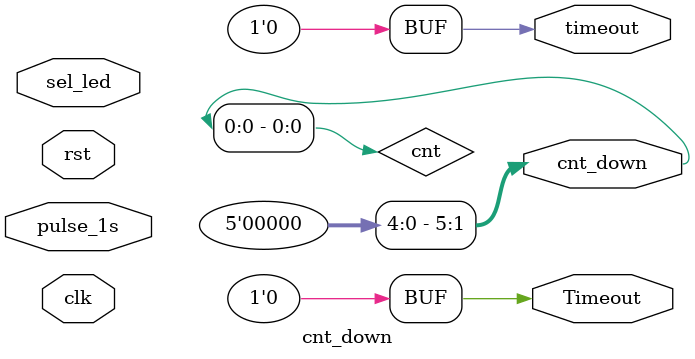
<source format=v>
module cnt_controller (
    input clk,
    input rst,
    input pulse_1s,
    input pulse_pd, 
	input pulse_nopd, 
    output [5:0] cnt_down_pd, // var type net is wire
    output [5:0] cnt_down_nopd, // var type net is wire  
    output timeout_pd, timeout_nopd
);

endmodule

module cnt_down ( 
    input clk,
    input rst,
    input pulse_1s,
	input [1:0] sel_led, 
    output [5:0] cnt_down, // var type net is wire  
    output timeout, Timeout
);

    localparam green = 3'd8;
    localparam yellow = 3'd2;
    localparam red = 3'd10;
    
    always @(posedge clk or negedge rst )begin
        if (~rst) begin      
            sel_led <= 3'd11;
        end else begin
            if (sel_led == 2'd00 && pulse_1s) green = green - 1 ;  
            else if (sel_led == 2'd01 && pulse_1s) yellow = yellow - 1; 
            else if (sel_led == 2'd10 && pulse_1s) red = red - 1;
        end
    end
    assign timeout = (yellow == 1) & pulse_1s;
    assign Timeout = (green == 1) & pulse_1s;
    assign cnt_down = cnt; // gan' ouput de? muc dich hien thi led 7 thanh

endmodule 
</source>
